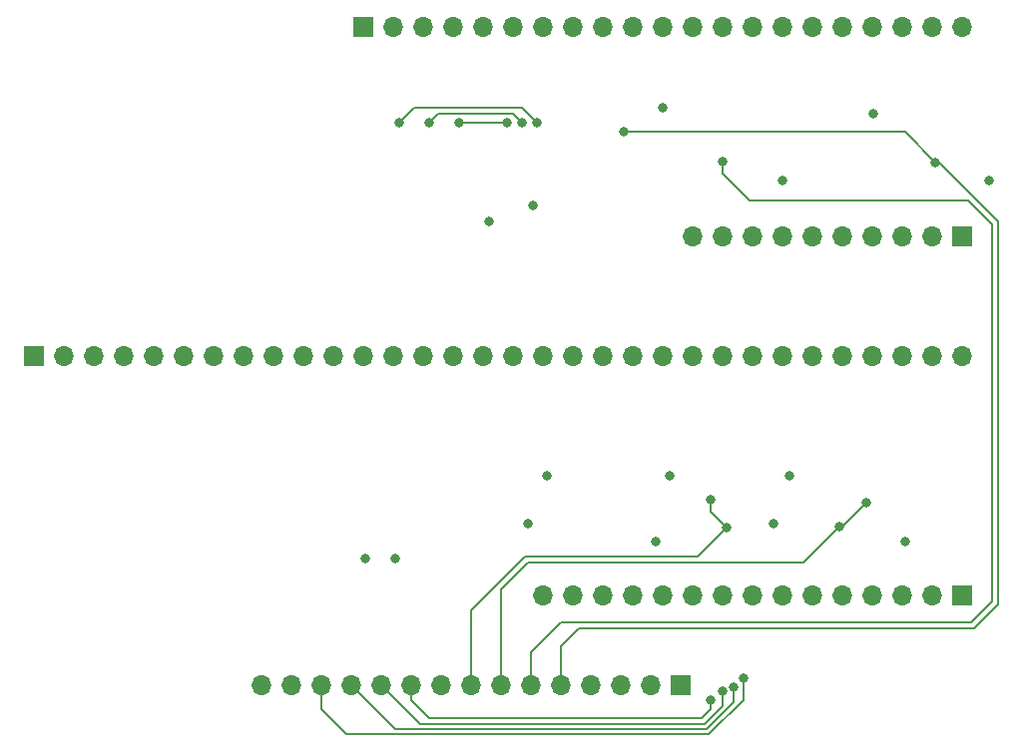
<source format=gbr>
%TF.GenerationSoftware,KiCad,Pcbnew,(5.1.10-1-10_14)*%
%TF.CreationDate,2021-11-23T11:12:12-05:00*%
%TF.ProjectId,control-unit,636f6e74-726f-46c2-9d75-6e69742e6b69,rev?*%
%TF.SameCoordinates,Original*%
%TF.FileFunction,Copper,L4,Bot*%
%TF.FilePolarity,Positive*%
%FSLAX46Y46*%
G04 Gerber Fmt 4.6, Leading zero omitted, Abs format (unit mm)*
G04 Created by KiCad (PCBNEW (5.1.10-1-10_14)) date 2021-11-23 11:12:12*
%MOMM*%
%LPD*%
G01*
G04 APERTURE LIST*
%TA.AperFunction,ComponentPad*%
%ADD10O,1.700000X1.700000*%
%TD*%
%TA.AperFunction,ComponentPad*%
%ADD11R,1.700000X1.700000*%
%TD*%
%TA.AperFunction,ViaPad*%
%ADD12C,0.800000*%
%TD*%
%TA.AperFunction,Conductor*%
%ADD13C,0.200000*%
%TD*%
G04 APERTURE END LIST*
D10*
%TO.P,J1,15*%
%TO.N,VCC*%
X139700000Y-116586000D03*
%TO.P,J1,14*%
%TO.N,GND*%
X142240000Y-116586000D03*
%TO.P,J1,13*%
%TO.N,EEPROM_11*%
X144780000Y-116586000D03*
%TO.P,J1,12*%
%TO.N,EEPROM_10*%
X147320000Y-116586000D03*
%TO.P,J1,11*%
%TO.N,EEPROM_9*%
X149860000Y-116586000D03*
%TO.P,J1,10*%
%TO.N,EEPROM_8*%
X152400000Y-116586000D03*
%TO.P,J1,9*%
%TO.N,~READ_MUX0_EN*%
X154940000Y-116586000D03*
%TO.P,J1,8*%
%TO.N,~READ_MUX1_EN*%
X157480000Y-116586000D03*
%TO.P,J1,7*%
%TO.N,~READ_MUX2_EN*%
X160020000Y-116586000D03*
%TO.P,J1,6*%
%TO.N,~WRITE_MUX0_EN*%
X162560000Y-116586000D03*
%TO.P,J1,5*%
%TO.N,~WRITE_MUX1_EN*%
X165100000Y-116586000D03*
%TO.P,J1,4*%
%TO.N,EEPROM_0*%
X167640000Y-116586000D03*
%TO.P,J1,3*%
%TO.N,EEPROM_1*%
X170180000Y-116586000D03*
%TO.P,J1,2*%
%TO.N,EEPROM_2*%
X172720000Y-116586000D03*
D11*
%TO.P,J1,1*%
%TO.N,EEPROM_3*%
X175260000Y-116586000D03*
%TD*%
D10*
%TO.P,J7,10*%
%TO.N,~LOAD_10*%
X176276000Y-78486000D03*
%TO.P,J7,9*%
%TO.N,~LOAD_11*%
X178816000Y-78486000D03*
%TO.P,J7,8*%
%TO.N,~LOAD_12*%
X181356000Y-78486000D03*
%TO.P,J7,7*%
%TO.N,~LOAD_13*%
X183896000Y-78486000D03*
%TO.P,J7,6*%
%TO.N,~LOAD_14*%
X186436000Y-78486000D03*
%TO.P,J7,5*%
%TO.N,~LOAD_26*%
X188976000Y-78486000D03*
%TO.P,J7,4*%
%TO.N,~LOAD_27*%
X191516000Y-78486000D03*
%TO.P,J7,3*%
%TO.N,~LOAD_28*%
X194056000Y-78486000D03*
%TO.P,J7,2*%
%TO.N,~LOAD_29*%
X196596000Y-78486000D03*
D11*
%TO.P,J7,1*%
%TO.N,~LOAD_30*%
X199136000Y-78486000D03*
%TD*%
D10*
%TO.P,J4,32*%
%TO.N,~READ_31*%
X199136000Y-88646000D03*
%TO.P,J4,31*%
%TO.N,~READ_32*%
X196596000Y-88646000D03*
%TO.P,J4,30*%
%TO.N,~READ_33*%
X194056000Y-88646000D03*
%TO.P,J4,29*%
%TO.N,~READ_34*%
X191516000Y-88646000D03*
%TO.P,J4,28*%
%TO.N,~READ_35*%
X188976000Y-88646000D03*
%TO.P,J4,27*%
%TO.N,~READ_36*%
X186436000Y-88646000D03*
%TO.P,J4,26*%
%TO.N,~READ_37*%
X183896000Y-88646000D03*
%TO.P,J4,25*%
%TO.N,~READ_38*%
X181356000Y-88646000D03*
%TO.P,J4,24*%
%TO.N,~READ_39*%
X178816000Y-88646000D03*
%TO.P,J4,23*%
%TO.N,~READ_40*%
X176276000Y-88646000D03*
%TO.P,J4,22*%
%TO.N,~READ_41*%
X173736000Y-88646000D03*
%TO.P,J4,21*%
%TO.N,~READ_15*%
X171196000Y-88646000D03*
%TO.P,J4,20*%
%TO.N,~READ_16*%
X168656000Y-88646000D03*
%TO.P,J4,19*%
%TO.N,~READ_17*%
X166116000Y-88646000D03*
%TO.P,J4,18*%
%TO.N,~READ_18*%
X163576000Y-88646000D03*
%TO.P,J4,17*%
%TO.N,~READ_19*%
X161036000Y-88646000D03*
%TO.P,J4,16*%
%TO.N,~READ_20*%
X158496000Y-88646000D03*
%TO.P,J4,15*%
%TO.N,~READ_21*%
X155956000Y-88646000D03*
%TO.P,J4,14*%
%TO.N,~READ_22*%
X153416000Y-88646000D03*
%TO.P,J4,13*%
%TO.N,~READ_23*%
X150876000Y-88646000D03*
%TO.P,J4,12*%
%TO.N,~READ_24*%
X148336000Y-88646000D03*
%TO.P,J4,11*%
%TO.N,~READ_25*%
X145796000Y-88646000D03*
%TO.P,J4,10*%
%TO.N,~READ_0*%
X143256000Y-88646000D03*
%TO.P,J4,9*%
%TO.N,~READ_1*%
X140716000Y-88646000D03*
%TO.P,J4,8*%
%TO.N,~READ_2*%
X138176000Y-88646000D03*
%TO.P,J4,7*%
%TO.N,~READ_3*%
X135636000Y-88646000D03*
%TO.P,J4,6*%
%TO.N,~READ_4*%
X133096000Y-88646000D03*
%TO.P,J4,5*%
%TO.N,~READ_5*%
X130556000Y-88646000D03*
%TO.P,J4,4*%
%TO.N,~READ_6*%
X128016000Y-88646000D03*
%TO.P,J4,3*%
%TO.N,~READ_7*%
X125476000Y-88646000D03*
%TO.P,J4,2*%
%TO.N,~READ_8*%
X122936000Y-88646000D03*
D11*
%TO.P,J4,1*%
%TO.N,~READ_9*%
X120396000Y-88646000D03*
%TD*%
D10*
%TO.P,J11,15*%
%TO.N,~READ_10*%
X163576000Y-108966000D03*
%TO.P,J11,14*%
%TO.N,~READ_11*%
X166116000Y-108966000D03*
%TO.P,J11,13*%
%TO.N,~READ_12*%
X168656000Y-108966000D03*
%TO.P,J11,12*%
%TO.N,~READ_13*%
X171196000Y-108966000D03*
%TO.P,J11,11*%
%TO.N,~READ_14*%
X173736000Y-108966000D03*
%TO.P,J11,10*%
%TO.N,~READ_26*%
X176276000Y-108966000D03*
%TO.P,J11,9*%
%TO.N,~READ_27*%
X178816000Y-108966000D03*
%TO.P,J11,8*%
%TO.N,~READ_28*%
X181356000Y-108966000D03*
%TO.P,J11,7*%
%TO.N,~READ_29*%
X183896000Y-108966000D03*
%TO.P,J11,6*%
%TO.N,~READ_30*%
X186436000Y-108966000D03*
%TO.P,J11,5*%
%TO.N,~READ_42*%
X188976000Y-108966000D03*
%TO.P,J11,4*%
%TO.N,~READ_43*%
X191516000Y-108966000D03*
%TO.P,J11,3*%
%TO.N,~READ_44*%
X194056000Y-108966000D03*
%TO.P,J11,2*%
%TO.N,~READ_45*%
X196596000Y-108966000D03*
D11*
%TO.P,J11,1*%
%TO.N,~READ_46*%
X199136000Y-108966000D03*
%TD*%
D10*
%TO.P,J2,21*%
%TO.N,~LOAD_15*%
X199136000Y-60706000D03*
%TO.P,J2,20*%
%TO.N,~LOAD_16*%
X196596000Y-60706000D03*
%TO.P,J2,19*%
%TO.N,~LOAD_17*%
X194056000Y-60706000D03*
%TO.P,J2,18*%
%TO.N,~LOAD_18*%
X191516000Y-60706000D03*
%TO.P,J2,17*%
%TO.N,~LOAD_19*%
X188976000Y-60706000D03*
%TO.P,J2,16*%
%TO.N,~LOAD_20*%
X186436000Y-60706000D03*
%TO.P,J2,15*%
%TO.N,~LOAD_21*%
X183896000Y-60706000D03*
%TO.P,J2,14*%
%TO.N,~LOAD_22*%
X181356000Y-60706000D03*
%TO.P,J2,13*%
%TO.N,~LOAD_23*%
X178816000Y-60706000D03*
%TO.P,J2,12*%
%TO.N,~LOAD_24*%
X176276000Y-60706000D03*
%TO.P,J2,11*%
%TO.N,~LOAD_25*%
X173736000Y-60706000D03*
%TO.P,J2,10*%
%TO.N,~LOAD_0*%
X171196000Y-60706000D03*
%TO.P,J2,9*%
%TO.N,~LOAD_1*%
X168656000Y-60706000D03*
%TO.P,J2,8*%
%TO.N,~LOAD_2*%
X166116000Y-60706000D03*
%TO.P,J2,7*%
%TO.N,~LOAD_3*%
X163576000Y-60706000D03*
%TO.P,J2,6*%
%TO.N,~LOAD_4*%
X161036000Y-60706000D03*
%TO.P,J2,5*%
%TO.N,~LOAD_5*%
X158496000Y-60706000D03*
%TO.P,J2,4*%
%TO.N,~LOAD_6*%
X155956000Y-60706000D03*
%TO.P,J2,3*%
%TO.N,~LOAD_7*%
X153416000Y-60706000D03*
%TO.P,J2,2*%
%TO.N,~LOAD_8*%
X150876000Y-60706000D03*
D11*
%TO.P,J2,1*%
%TO.N,~LOAD_9*%
X148336000Y-60706000D03*
%TD*%
D12*
%TO.N,VCC*%
X162710500Y-75842500D03*
X183827500Y-73728500D03*
X201353500Y-73728500D03*
X173094943Y-104394000D03*
X183134000Y-102870000D03*
X150979500Y-105814500D03*
X194310000Y-104394000D03*
%TO.N,GND*%
X159004000Y-77216000D03*
X173736000Y-67564000D03*
X191584500Y-68003500D03*
X163898500Y-98737500D03*
X174312500Y-98737500D03*
X184472500Y-98737500D03*
X148486500Y-105814500D03*
%TO.N,~READ_MUX2_EN*%
X191008000Y-101092000D03*
X188722000Y-103124000D03*
%TO.N,~READ_MUX1_EN*%
X177800000Y-100776010D03*
X179121847Y-103177155D03*
%TO.N,~READ_MUX0_EN*%
X162306000Y-102870000D03*
%TO.N,~WRITE_MUX1_EN*%
X170434000Y-69596000D03*
X196834168Y-72151832D03*
%TO.N,~WRITE_MUX0_EN*%
X178816000Y-72136000D03*
%TO.N,EEPROM_3*%
X163068000Y-68834000D03*
X151384000Y-68834000D03*
%TO.N,EEPROM_2*%
X153924000Y-68834000D03*
X161798000Y-68834000D03*
%TO.N,EEPROM_1*%
X160528000Y-68834000D03*
X156464000Y-68834000D03*
%TO.N,EEPROM_11*%
X180513030Y-115997030D03*
%TO.N,EEPROM_10*%
X179740169Y-116712009D03*
%TO.N,EEPROM_9*%
X178815990Y-117094000D03*
%TO.N,EEPROM_8*%
X177800000Y-117856000D03*
%TD*%
D13*
%TO.N,~READ_MUX2_EN*%
X191008000Y-101092000D02*
X188976000Y-103124000D01*
X188976000Y-103124000D02*
X188722000Y-103124000D01*
X160020000Y-116586000D02*
X160020000Y-108458000D01*
X160020000Y-108458000D02*
X162306000Y-106172000D01*
X185674000Y-106172000D02*
X188722000Y-103124000D01*
X162306000Y-106172000D02*
X185674000Y-106172000D01*
%TO.N,~READ_MUX1_EN*%
X177800000Y-101855308D02*
X179121847Y-103177155D01*
X177800000Y-100776010D02*
X177800000Y-101855308D01*
X157480000Y-116586000D02*
X157480000Y-110236000D01*
X157480000Y-110236000D02*
X162052000Y-105664000D01*
X176635002Y-105664000D02*
X179121847Y-103177155D01*
X162052000Y-105664000D02*
X176635002Y-105664000D01*
%TO.N,~WRITE_MUX1_EN*%
X170434000Y-69596000D02*
X194278336Y-69596000D01*
X194278336Y-69596000D02*
X196834168Y-72151832D01*
X165100000Y-116586000D02*
X165100000Y-113284000D01*
X165100000Y-113284000D02*
X166624000Y-111760000D01*
X166624000Y-111760000D02*
X200152000Y-111760000D01*
X200152000Y-111760000D02*
X202184000Y-109728000D01*
X202184000Y-109728000D02*
X202184000Y-77216000D01*
X197119832Y-72151832D02*
X196834168Y-72151832D01*
X202184000Y-77216000D02*
X197119832Y-72151832D01*
%TO.N,~WRITE_MUX0_EN*%
X178816000Y-73152000D02*
X178816000Y-72136000D01*
X181102000Y-75438000D02*
X178816000Y-73152000D01*
X199644000Y-75438000D02*
X181102000Y-75438000D01*
X199898000Y-111252000D02*
X201676000Y-109474000D01*
X201676000Y-109474000D02*
X201676000Y-77470000D01*
X165100000Y-111252000D02*
X199898000Y-111252000D01*
X201676000Y-77470000D02*
X199644000Y-75438000D01*
X162560000Y-116586000D02*
X162560000Y-113792000D01*
X162560000Y-113792000D02*
X165100000Y-111252000D01*
%TO.N,EEPROM_3*%
X163068000Y-68834000D02*
X161798000Y-67564000D01*
X161798000Y-67564000D02*
X152654000Y-67564000D01*
X152654000Y-67564000D02*
X151384000Y-68834000D01*
%TO.N,EEPROM_2*%
X153924000Y-68834000D02*
X154686000Y-68072000D01*
X154686000Y-68072000D02*
X161036000Y-68072000D01*
X161036000Y-68072000D02*
X161798000Y-68834000D01*
%TO.N,EEPROM_1*%
X160528000Y-68834000D02*
X156464000Y-68834000D01*
%TO.N,EEPROM_11*%
X180513030Y-117798370D02*
X180513030Y-115997030D01*
X144780000Y-118618000D02*
X146850022Y-120688022D01*
X177623378Y-120688022D02*
X180513030Y-117798370D01*
X146850022Y-120688022D02*
X177623378Y-120688022D01*
X144780000Y-116586000D02*
X144780000Y-118618000D01*
%TO.N,EEPROM_10*%
X151022011Y-120288011D02*
X177457689Y-120288011D01*
X179740169Y-118005531D02*
X179740169Y-116712009D01*
X147320000Y-116586000D02*
X151022011Y-120288011D01*
X177457689Y-120288011D02*
X179740169Y-118005531D01*
%TO.N,EEPROM_9*%
X177292000Y-119888000D02*
X178815990Y-118364010D01*
X153162000Y-119888000D02*
X177292000Y-119888000D01*
X178815990Y-118364010D02*
X178815990Y-117094000D01*
X149860000Y-116586000D02*
X153162000Y-119888000D01*
%TO.N,EEPROM_8*%
X152400000Y-116586000D02*
X152400000Y-117856000D01*
X152400000Y-117856000D02*
X153924000Y-119380000D01*
X153924000Y-119380000D02*
X177038000Y-119380000D01*
X177038000Y-119380000D02*
X177800000Y-118618000D01*
X177800000Y-118618000D02*
X177800000Y-117856000D01*
%TD*%
M02*

</source>
